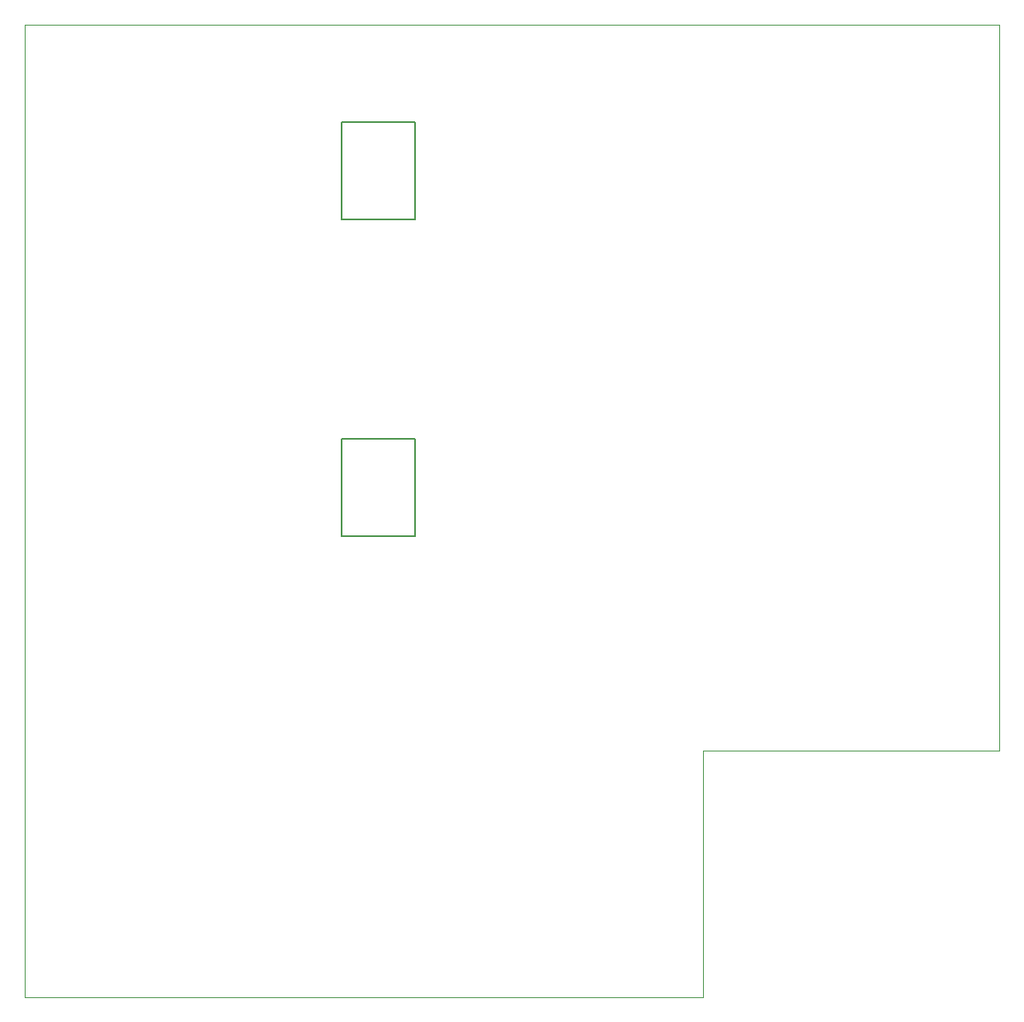
<source format=gm1>
G04 #@! TF.GenerationSoftware,KiCad,Pcbnew,6.0.11-2627ca5db0~126~ubuntu22.04.1*
G04 #@! TF.CreationDate,2023-06-25T15:34:26+01:00*
G04 #@! TF.ProjectId,ui_daughterboard,75695f64-6175-4676-9874-6572626f6172,rev?*
G04 #@! TF.SameCoordinates,Original*
G04 #@! TF.FileFunction,Profile,NP*
%FSLAX46Y46*%
G04 Gerber Fmt 4.6, Leading zero omitted, Abs format (unit mm)*
G04 Created by KiCad (PCBNEW 6.0.11-2627ca5db0~126~ubuntu22.04.1) date 2023-06-25 15:34:26*
%MOMM*%
%LPD*%
G01*
G04 APERTURE LIST*
G04 #@! TA.AperFunction,Profile*
%ADD10C,0.150000*%
G04 #@! TD*
G04 #@! TA.AperFunction,Profile*
%ADD11C,0.100000*%
G04 #@! TD*
G04 APERTURE END LIST*
D10*
X77950000Y-112740000D02*
X85450000Y-112740000D01*
X85450000Y-112740000D02*
X85450000Y-122740000D01*
X85450000Y-122740000D02*
X77950000Y-122740000D01*
X77950000Y-122740000D02*
X77950000Y-112740000D01*
X77950000Y-80240000D02*
X85450000Y-80240000D01*
X85450000Y-80240000D02*
X85450000Y-90240000D01*
X85450000Y-90240000D02*
X77950000Y-90240000D01*
X77950000Y-90240000D02*
X77950000Y-80240000D01*
D11*
X145380000Y-70220000D02*
X145370000Y-144780000D01*
X45410000Y-170060000D02*
X45430000Y-70210000D01*
X145370000Y-144780000D02*
X114960000Y-144780000D01*
X45430000Y-70210000D02*
X145380000Y-70220000D01*
X114970000Y-170060000D02*
X45410000Y-170060000D01*
X114960000Y-144780000D02*
X114970000Y-170060000D01*
M02*

</source>
